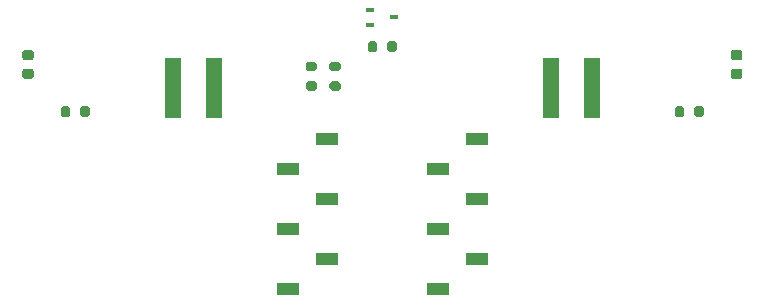
<source format=gbr>
%TF.GenerationSoftware,KiCad,Pcbnew,5.1.7-a382d34a8~88~ubuntu18.04.1*%
%TF.CreationDate,2022-11-07T19:40:55-05:00*%
%TF.ProjectId,project-mute-button,70726f6a-6563-4742-9d6d-7574652d6275,rev?*%
%TF.SameCoordinates,Original*%
%TF.FileFunction,Paste,Top*%
%TF.FilePolarity,Positive*%
%FSLAX46Y46*%
G04 Gerber Fmt 4.6, Leading zero omitted, Abs format (unit mm)*
G04 Created by KiCad (PCBNEW 5.1.7-a382d34a8~88~ubuntu18.04.1) date 2022-11-07 19:40:55*
%MOMM*%
%LPD*%
G01*
G04 APERTURE LIST*
%ADD10R,0.700000X0.450000*%
%ADD11R,1.400000X5.100000*%
%ADD12R,1.900000X1.000000*%
G04 APERTURE END LIST*
%TO.C,R5*%
G36*
G01*
X93775000Y-73625000D02*
X93775000Y-73075000D01*
G75*
G02*
X93975000Y-72875000I200000J0D01*
G01*
X94375000Y-72875000D01*
G75*
G02*
X94575000Y-73075000I0J-200000D01*
G01*
X94575000Y-73625000D01*
G75*
G02*
X94375000Y-73825000I-200000J0D01*
G01*
X93975000Y-73825000D01*
G75*
G02*
X93775000Y-73625000I0J200000D01*
G01*
G37*
G36*
G01*
X92125000Y-73625000D02*
X92125000Y-73075000D01*
G75*
G02*
X92325000Y-72875000I200000J0D01*
G01*
X92725000Y-72875000D01*
G75*
G02*
X92925000Y-73075000I0J-200000D01*
G01*
X92925000Y-73625000D01*
G75*
G02*
X92725000Y-73825000I-200000J0D01*
G01*
X92325000Y-73825000D01*
G75*
G02*
X92125000Y-73625000I0J200000D01*
G01*
G37*
%TD*%
%TO.C,R4*%
G36*
G01*
X67775000Y-68125000D02*
X67775000Y-67575000D01*
G75*
G02*
X67975000Y-67375000I200000J0D01*
G01*
X68375000Y-67375000D01*
G75*
G02*
X68575000Y-67575000I0J-200000D01*
G01*
X68575000Y-68125000D01*
G75*
G02*
X68375000Y-68325000I-200000J0D01*
G01*
X67975000Y-68325000D01*
G75*
G02*
X67775000Y-68125000I0J200000D01*
G01*
G37*
G36*
G01*
X66125000Y-68125000D02*
X66125000Y-67575000D01*
G75*
G02*
X66325000Y-67375000I200000J0D01*
G01*
X66725000Y-67375000D01*
G75*
G02*
X66925000Y-67575000I0J-200000D01*
G01*
X66925000Y-68125000D01*
G75*
G02*
X66725000Y-68325000I-200000J0D01*
G01*
X66325000Y-68325000D01*
G75*
G02*
X66125000Y-68125000I0J200000D01*
G01*
G37*
%TD*%
%TO.C,R3*%
G36*
G01*
X40925000Y-73075000D02*
X40925000Y-73625000D01*
G75*
G02*
X40725000Y-73825000I-200000J0D01*
G01*
X40325000Y-73825000D01*
G75*
G02*
X40125000Y-73625000I0J200000D01*
G01*
X40125000Y-73075000D01*
G75*
G02*
X40325000Y-72875000I200000J0D01*
G01*
X40725000Y-72875000D01*
G75*
G02*
X40925000Y-73075000I0J-200000D01*
G01*
G37*
G36*
G01*
X42575000Y-73075000D02*
X42575000Y-73625000D01*
G75*
G02*
X42375000Y-73825000I-200000J0D01*
G01*
X41975000Y-73825000D01*
G75*
G02*
X41775000Y-73625000I0J200000D01*
G01*
X41775000Y-73075000D01*
G75*
G02*
X41975000Y-72875000I200000J0D01*
G01*
X42375000Y-72875000D01*
G75*
G02*
X42575000Y-73075000I0J-200000D01*
G01*
G37*
%TD*%
D10*
%TO.C,Q1*%
X68350000Y-65350000D03*
X66350000Y-66000000D03*
X66350000Y-64700000D03*
%TD*%
%TO.C,D2*%
G36*
G01*
X97093750Y-69700000D02*
X97606250Y-69700000D01*
G75*
G02*
X97825000Y-69918750I0J-218750D01*
G01*
X97825000Y-70356250D01*
G75*
G02*
X97606250Y-70575000I-218750J0D01*
G01*
X97093750Y-70575000D01*
G75*
G02*
X96875000Y-70356250I0J218750D01*
G01*
X96875000Y-69918750D01*
G75*
G02*
X97093750Y-69700000I218750J0D01*
G01*
G37*
G36*
G01*
X97093750Y-68125000D02*
X97606250Y-68125000D01*
G75*
G02*
X97825000Y-68343750I0J-218750D01*
G01*
X97825000Y-68781250D01*
G75*
G02*
X97606250Y-69000000I-218750J0D01*
G01*
X97093750Y-69000000D01*
G75*
G02*
X96875000Y-68781250I0J218750D01*
G01*
X96875000Y-68343750D01*
G75*
G02*
X97093750Y-68125000I218750J0D01*
G01*
G37*
%TD*%
%TO.C,D1*%
G36*
G01*
X37093750Y-69700000D02*
X37606250Y-69700000D01*
G75*
G02*
X37825000Y-69918750I0J-218750D01*
G01*
X37825000Y-70356250D01*
G75*
G02*
X37606250Y-70575000I-218750J0D01*
G01*
X37093750Y-70575000D01*
G75*
G02*
X36875000Y-70356250I0J218750D01*
G01*
X36875000Y-69918750D01*
G75*
G02*
X37093750Y-69700000I218750J0D01*
G01*
G37*
G36*
G01*
X37093750Y-68125000D02*
X37606250Y-68125000D01*
G75*
G02*
X37825000Y-68343750I0J-218750D01*
G01*
X37825000Y-68781250D01*
G75*
G02*
X37606250Y-69000000I-218750J0D01*
G01*
X37093750Y-69000000D01*
G75*
G02*
X36875000Y-68781250I0J218750D01*
G01*
X36875000Y-68343750D01*
G75*
G02*
X37093750Y-68125000I218750J0D01*
G01*
G37*
%TD*%
%TO.C,R2*%
G36*
G01*
X61075000Y-70775000D02*
X61625000Y-70775000D01*
G75*
G02*
X61825000Y-70975000I0J-200000D01*
G01*
X61825000Y-71375000D01*
G75*
G02*
X61625000Y-71575000I-200000J0D01*
G01*
X61075000Y-71575000D01*
G75*
G02*
X60875000Y-71375000I0J200000D01*
G01*
X60875000Y-70975000D01*
G75*
G02*
X61075000Y-70775000I200000J0D01*
G01*
G37*
G36*
G01*
X61075000Y-69125000D02*
X61625000Y-69125000D01*
G75*
G02*
X61825000Y-69325000I0J-200000D01*
G01*
X61825000Y-69725000D01*
G75*
G02*
X61625000Y-69925000I-200000J0D01*
G01*
X61075000Y-69925000D01*
G75*
G02*
X60875000Y-69725000I0J200000D01*
G01*
X60875000Y-69325000D01*
G75*
G02*
X61075000Y-69125000I200000J0D01*
G01*
G37*
%TD*%
%TO.C,R1*%
G36*
G01*
X63075000Y-70775000D02*
X63625000Y-70775000D01*
G75*
G02*
X63825000Y-70975000I0J-200000D01*
G01*
X63825000Y-71375000D01*
G75*
G02*
X63625000Y-71575000I-200000J0D01*
G01*
X63075000Y-71575000D01*
G75*
G02*
X62875000Y-71375000I0J200000D01*
G01*
X62875000Y-70975000D01*
G75*
G02*
X63075000Y-70775000I200000J0D01*
G01*
G37*
G36*
G01*
X63075000Y-69125000D02*
X63625000Y-69125000D01*
G75*
G02*
X63825000Y-69325000I0J-200000D01*
G01*
X63825000Y-69725000D01*
G75*
G02*
X63625000Y-69925000I-200000J0D01*
G01*
X63075000Y-69925000D01*
G75*
G02*
X62875000Y-69725000I0J200000D01*
G01*
X62875000Y-69325000D01*
G75*
G02*
X63075000Y-69125000I200000J0D01*
G01*
G37*
%TD*%
D11*
%TO.C,J4*%
X49600000Y-71300000D03*
X53100000Y-71300000D03*
%TD*%
%TO.C,J3*%
X81600000Y-71300000D03*
X85100000Y-71300000D03*
%TD*%
D12*
%TO.C,J2*%
X59350000Y-78190000D03*
X59350000Y-83270000D03*
X59350000Y-88350000D03*
X62650000Y-75650000D03*
X62650000Y-80730000D03*
X62650000Y-85810000D03*
%TD*%
%TO.C,J1*%
X72050000Y-78190000D03*
X72050000Y-83270000D03*
X72050000Y-88350000D03*
X75350000Y-75650000D03*
X75350000Y-80730000D03*
X75350000Y-85810000D03*
%TD*%
M02*

</source>
